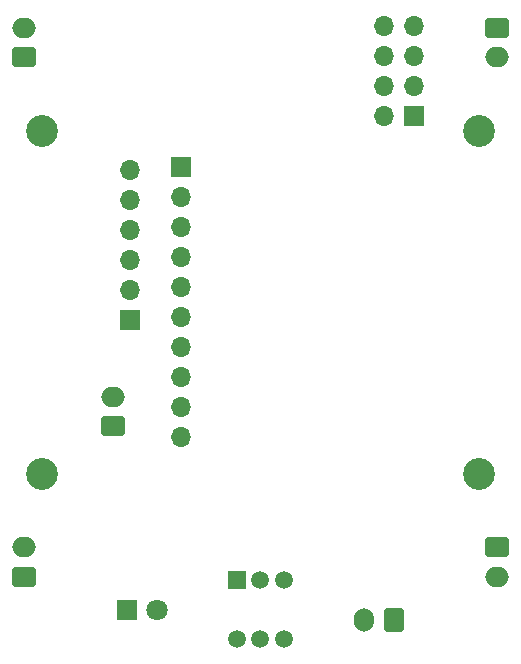
<source format=gbs>
G04 #@! TF.GenerationSoftware,KiCad,Pcbnew,7.0.8*
G04 #@! TF.CreationDate,2024-02-21T14:18:38-03:00*
G04 #@! TF.ProjectId,Drone PCB,44726f6e-6520-4504-9342-2e6b69636164,1.0*
G04 #@! TF.SameCoordinates,Original*
G04 #@! TF.FileFunction,Soldermask,Bot*
G04 #@! TF.FilePolarity,Negative*
%FSLAX46Y46*%
G04 Gerber Fmt 4.6, Leading zero omitted, Abs format (unit mm)*
G04 Created by KiCad (PCBNEW 7.0.8) date 2024-02-21 14:18:38*
%MOMM*%
%LPD*%
G01*
G04 APERTURE LIST*
G04 Aperture macros list*
%AMRoundRect*
0 Rectangle with rounded corners*
0 $1 Rounding radius*
0 $2 $3 $4 $5 $6 $7 $8 $9 X,Y pos of 4 corners*
0 Add a 4 corners polygon primitive as box body*
4,1,4,$2,$3,$4,$5,$6,$7,$8,$9,$2,$3,0*
0 Add four circle primitives for the rounded corners*
1,1,$1+$1,$2,$3*
1,1,$1+$1,$4,$5*
1,1,$1+$1,$6,$7*
1,1,$1+$1,$8,$9*
0 Add four rect primitives between the rounded corners*
20,1,$1+$1,$2,$3,$4,$5,0*
20,1,$1+$1,$4,$5,$6,$7,0*
20,1,$1+$1,$6,$7,$8,$9,0*
20,1,$1+$1,$8,$9,$2,$3,0*%
G04 Aperture macros list end*
%ADD10RoundRect,0.250000X0.750000X-0.600000X0.750000X0.600000X-0.750000X0.600000X-0.750000X-0.600000X0*%
%ADD11O,2.000000X1.700000*%
%ADD12R,1.800000X1.800000*%
%ADD13C,1.800000*%
%ADD14C,2.700000*%
%ADD15RoundRect,0.250000X-0.750000X0.600000X-0.750000X-0.600000X0.750000X-0.600000X0.750000X0.600000X0*%
%ADD16R,1.700000X1.700000*%
%ADD17O,1.700000X1.700000*%
%ADD18R,1.500000X1.500000*%
%ADD19C,1.500000*%
%ADD20RoundRect,0.250000X0.600000X0.750000X-0.600000X0.750000X-0.600000X-0.750000X0.600000X-0.750000X0*%
%ADD21O,1.700000X2.000000*%
G04 APERTURE END LIST*
D10*
X127563000Y-120257000D03*
D11*
X127563000Y-117757000D03*
D12*
X136293000Y-123043000D03*
D13*
X138833000Y-123043000D03*
D14*
X166063000Y-82507000D03*
X129063000Y-82507000D03*
D15*
X167563000Y-117757000D03*
D11*
X167563000Y-120257000D03*
D10*
X127563000Y-76257000D03*
D11*
X127563000Y-73757000D03*
D10*
X135038000Y-107507000D03*
D11*
X135038000Y-105007000D03*
D16*
X160530500Y-81227000D03*
D17*
X157990500Y-81227000D03*
X160530500Y-78687000D03*
X157990500Y-78687000D03*
X160530500Y-76147000D03*
X157990500Y-76147000D03*
X160530500Y-73607000D03*
X157990500Y-73607000D03*
D14*
X166063000Y-111507000D03*
D15*
X167563000Y-73757000D03*
D11*
X167563000Y-76257000D03*
D16*
X136489000Y-98531000D03*
D17*
X136489000Y-95991000D03*
X136489000Y-93451000D03*
X136489000Y-90911000D03*
X136489000Y-88371000D03*
X136489000Y-85831000D03*
D16*
X140863000Y-85577000D03*
D17*
X140863000Y-88117000D03*
X140863000Y-90657000D03*
X140863000Y-93197000D03*
X140863000Y-95737000D03*
X140863000Y-98277000D03*
X140863000Y-100817000D03*
X140863000Y-103357000D03*
X140863000Y-105897000D03*
X140863000Y-108437000D03*
D14*
X129063000Y-111507000D03*
D18*
X145563000Y-120543000D03*
D19*
X147563000Y-120543000D03*
X149563000Y-120543000D03*
X145563000Y-125543000D03*
X147563000Y-125543000D03*
X149563000Y-125543000D03*
D20*
X158833000Y-123932000D03*
D21*
X156333000Y-123932000D03*
M02*

</source>
